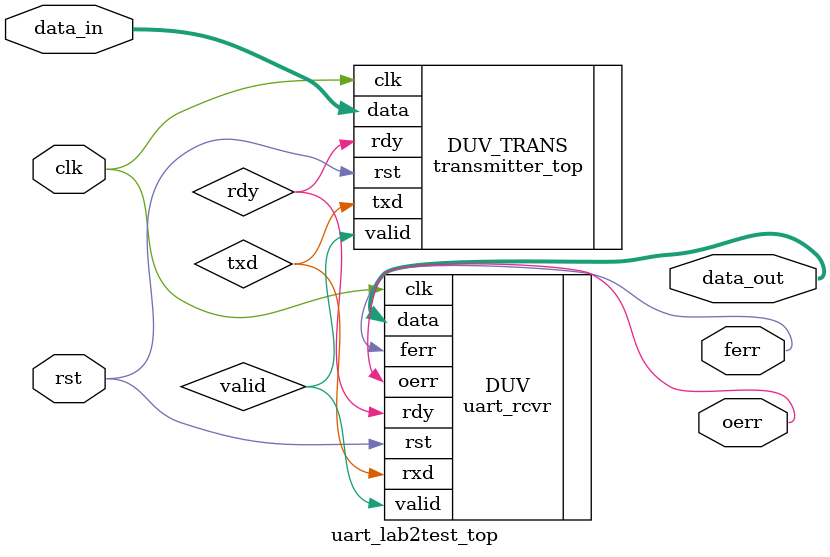
<source format=sv>
`timescale 1ns / 1ps


module uart_lab2test_top(
    input logic clk , rst,
    input logic [7:0] data_in,
    output logic ferr, oerr,
    output logic [7:0] data_out
    );

    logic valid, rdy, txd;
    parameter BAUD_RATE = 9600;

    transmitter_top #(.BAUD_RATE(BAUD_RATE)) DUV_TRANS (.clk(clk) ,.rst(rst), .valid(valid),.data(data_in),.txd(txd),.rdy(rdy));
    uart_rcvr #(.BAUD_RATE(BAUD_RATE)) DUV (.clk(clk),.rst(rst),.rxd(txd),.rdy(rdy),.valid(valid),.ferr(ferr),.oerr(oerr),.data(data_out));
endmodule

</source>
